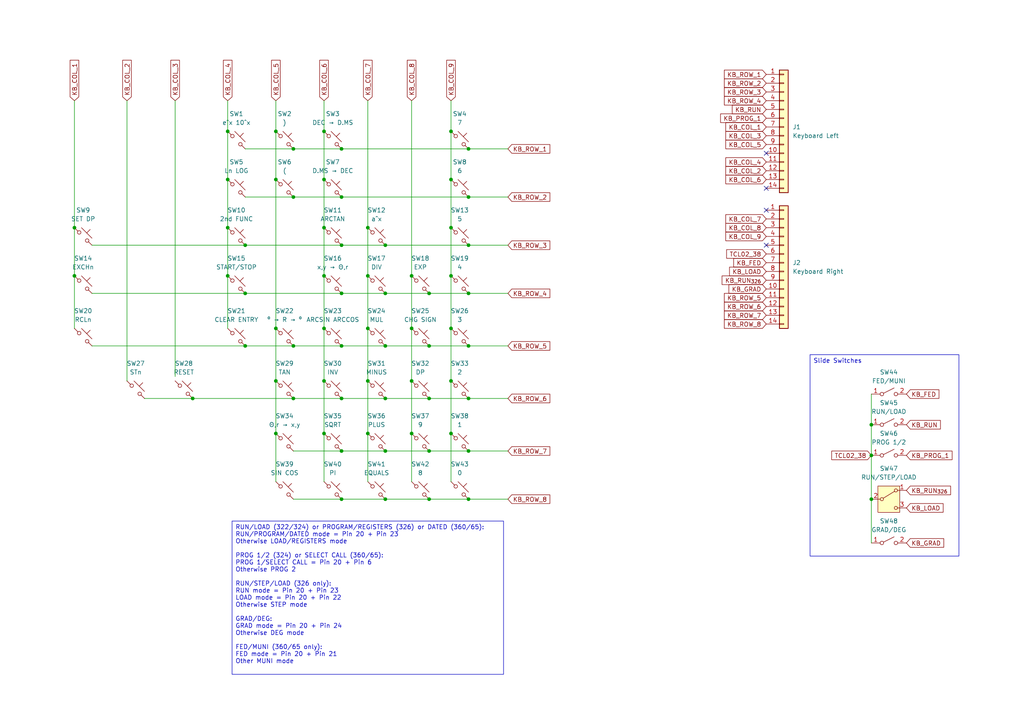
<source format=kicad_sch>
(kicad_sch (version 20250114) (generator "eeschema") (generator_version "9.0")
  (paper "A4")
  (title_block (title "Compucorp 300-Series Calculator Keyboard") (date "3/FEB/2026") (rev "WIP") (company "Brett Hallen"))
  (lib_symbols
    (symbol "Connector_Generic:Conn_01x14" (pin_names (offset 1.016) (hide yes))
      (property "Reference" "J" (at 0 17.78 0))
      (property "Value" "Conn_01x14" (at 0 -20.32 0))
      (symbol "Conn_01x14_1_1"
        (rectangle (start -1.27 16.51) (end 1.27 -19.05) (stroke (width 0.254)) (fill (type background)))
        (rectangle (start -1.27 15.367) (end 0 15.113) (stroke (width 0.1524)))
        (rectangle (start -1.27 12.827) (end 0 12.573) (stroke (width 0.1524)))
        (rectangle (start -1.27 10.287) (end 0 10.033) (stroke (width 0.1524)))
        (rectangle (start -1.27 7.747) (end 0 7.493) (stroke (width 0.1524)))
        (rectangle (start -1.27 5.207) (end 0 4.953) (stroke (width 0.1524)))
        (rectangle (start -1.27 2.667) (end 0 2.413) (stroke (width 0.1524)))
        (rectangle (start -1.27 0.127) (end 0 -0.127) (stroke (width 0.1524)))
        (rectangle (start -1.27 -2.413) (end 0 -2.667) (stroke (width 0.1524)))
        (rectangle (start -1.27 -4.953) (end 0 -5.207) (stroke (width 0.1524)))
        (rectangle (start -1.27 -7.493) (end 0 -7.747) (stroke (width 0.1524)))
        (rectangle (start -1.27 -10.033) (end 0 -10.287) (stroke (width 0.1524)))
        (rectangle (start -1.27 -12.573) (end 0 -12.827) (stroke (width 0.1524)))
        (rectangle (start -1.27 -15.113) (end 0 -15.367) (stroke (width 0.1524)))
        (rectangle (start -1.27 -17.653) (end 0 -17.907) (stroke (width 0.1524)))
        (pin passive line (at -5.08 15.24 0) (length 3.81) (name "Pin_1") (number "1"))
        (pin passive line (at -5.08 12.7 0) (length 3.81) (name "Pin_2") (number "2"))
        (pin passive line (at -5.08 10.16 0) (length 3.81) (name "Pin_3") (number "3"))
        (pin passive line (at -5.08 7.62 0) (length 3.81) (name "Pin_4") (number "4"))
        (pin passive line (at -5.08 5.08 0) (length 3.81) (name "Pin_5") (number "5"))
        (pin passive line (at -5.08 2.54 0) (length 3.81) (name "Pin_6") (number "6"))
        (pin passive line (at -5.08 0 0) (length 3.81) (name "Pin_7") (number "7"))
        (pin passive line (at -5.08 -2.54 0) (length 3.81) (name "Pin_8") (number "8"))
        (pin passive line (at -5.08 -5.08 0) (length 3.81) (name "Pin_9") (number "9"))
        (pin passive line (at -5.08 -7.62 0) (length 3.81) (name "Pin_10") (number "10"))
        (pin passive line (at -5.08 -10.16 0) (length 3.81) (name "Pin_11") (number "11"))
        (pin passive line (at -5.08 -12.7 0) (length 3.81) (name "Pin_12") (number "12"))
        (pin passive line (at -5.08 -15.24 0) (length 3.81) (name "Pin_13") (number "13"))
        (pin passive line (at -5.08 -17.78 0) (length 3.81) (name "Pin_14") (number "14"))
      )
    )
    (symbol "Switch:SW_Push_45deg" (pin_numbers (hide yes)) (pin_names (offset 1.016) (hide yes))
      (property "Reference" "SW" (at 3.048 1.016 0))
      (property "Value" "SW_Push_45deg" (at 0 -3.81 0))
      (symbol "SW_Push_45deg_0_1"
        (polyline (pts (xy -2.54 2.54) (xy -1.524 1.524) (xy -1.524 1.524)))
        (circle (center -1.1684 1.1684) (radius 0.508))
        (polyline (pts (xy -0.508 2.54) (xy 2.54 -0.508)))
        (polyline (pts (xy 1.016 1.016) (xy 2.032 2.032)))
        (circle (center 1.143 -1.1938) (radius 0.508))
        (polyline (pts (xy 1.524 -1.524) (xy 2.54 -2.54) (xy 2.54 -2.54) (xy 2.54 -2.54)))
        (pin passive line (at -2.54 2.54 0) (length 0) (name "1") (number "1"))
        (pin passive line (at 2.54 -2.54 180) (length 0) (name "2") (number "2"))
      )
    )
    (symbol "Switch:SW_SPDT" (pin_names (offset 0) (hide yes))
      (property "Reference" "SW" (at 0 5.08 0))
      (property "Value" "SW_SPDT" (at 0 -5.08 0))
      (symbol "SW_SPDT_0_1"
        (circle (center -2.032 0) (radius 0.4572))
        (polyline (pts (xy -1.651 0.254) (xy 1.651 2.286)))
        (circle (center 2.032 2.54) (radius 0.4572))
        (circle (center 2.032 -2.54) (radius 0.4572))
      )
      (symbol "SW_SPDT_1_1"
        (rectangle (start -3.175 3.81) (end 3.175 -3.81) (fill (type background)))
        (pin passive line (at -5.08 0 0) (length 2.54) (name "B") (number "2"))
        (pin passive line (at 5.08 2.54 180) (length 2.54) (name "A") (number "1"))
        (pin passive line (at 5.08 -2.54 180) (length 2.54) (name "C") (number "3"))
      )
    )
    (symbol "Switch:SW_SPST" (pin_names (offset 0) (hide yes))
      (property "Reference" "SW" (at 0 3.175 0))
      (property "Value" "SW_SPST" (at 0 -2.54 0))
      (symbol "SW_SPST_0_0"
        (circle (center -2.032 0) (radius 0.508))
        (polyline (pts (xy -1.524 0.254) (xy 1.524 1.778)))
        (circle (center 2.032 0) (radius 0.508))
      )
      (symbol "SW_SPST_1_1"
        (pin passive line (at -5.08 0 0) (length 2.54) (name "A") (number "1"))
        (pin passive line (at 5.08 0 180) (length 2.54) (name "B") (number "2"))
      )
    )
  )
  (text_box "Slide Switches" (at 234.95 102.87 0) (size 43.18 58.42) (margins 0.9525 0.9525 0.9525 0.9525) (effects (font (size 1.27 1.27)) (justify left top)))
  (text_box "RUN/LOAD (322/324) or PROGRAM/REGISTERS (326) or DATED (360/65): \nRUN/PROGRAM/DATED mode = Pin 20 + Pin 23\nOtherwise LOAD/REGISTERS mode\n\nPROG 1/2 (324) or SELECT CALL (360/65):\nPROG 1/SELECT CALL = Pin 20 + Pin 6\nOtherwise PROG 2\n\nRUN/STEP/LOAD (326 only):\nRUN mode = Pin 20 + Pin 23\nLOAD mode = Pin 20 + Pin 22\nOtherwise STEP mode\n\nGRAD/DEG:\nGRAD mode = Pin 20 + Pin 24\nOtherwise DEG mode\n\nFED/MUNI (360/65 only):\nFED mode = Pin 20 + Pin 21\nOther MUNI mode" (at 67.31 151.13 0) (size 78.74 44.45) (margins 0.9525 0.9525 0.9525 0.9525) (effects (font (size 1.27 1.27)) (justify left top)))
  (junction (at 106.68 95.25))
  (junction (at 85.09 57.15))
  (junction (at 135.89 100.33))
  (junction (at 106.68 125.73))
  (junction (at 93.98 66.04))
  (junction (at 135.89 43.18))
  (junction (at 66.04 66.04))
  (junction (at 85.09 100.33))
  (junction (at 80.01 52.07))
  (junction (at 55.88 115.57))
  (junction (at 135.89 115.57))
  (junction (at 135.89 130.81))
  (junction (at 135.89 85.09))
  (junction (at 80.01 125.73))
  (junction (at 93.98 80.01))
  (junction (at 99.06 130.81))
  (junction (at 106.68 80.01))
  (junction (at 99.06 43.18))
  (junction (at 85.09 115.57))
  (junction (at 252.73 144.78))
  (junction (at 80.01 95.25))
  (junction (at 93.98 95.25))
  (junction (at 119.38 80.01))
  (junction (at 93.98 52.07))
  (junction (at 106.68 110.49))
  (junction (at 111.76 100.33))
  (junction (at 99.06 144.78))
  (junction (at 66.04 52.07))
  (junction (at 130.81 110.49))
  (junction (at 252.73 123.19))
  (junction (at 119.38 125.73))
  (junction (at 93.98 38.1))
  (junction (at 21.59 66.04))
  (junction (at 135.89 144.78))
  (junction (at 106.68 66.04))
  (junction (at 80.01 38.1))
  (junction (at 93.98 125.73))
  (junction (at 66.04 80.01))
  (junction (at 71.12 71.12))
  (junction (at 130.81 125.73))
  (junction (at 124.46 144.78))
  (junction (at 21.59 80.01))
  (junction (at 111.76 71.12))
  (junction (at 130.81 80.01))
  (junction (at 111.76 85.09))
  (junction (at 99.06 71.12))
  (junction (at 99.06 100.33))
  (junction (at 130.81 38.1))
  (junction (at 130.81 95.25))
  (junction (at 124.46 130.81))
  (junction (at 99.06 57.15))
  (junction (at 124.46 100.33))
  (junction (at 119.38 95.25))
  (junction (at 111.76 130.81))
  (junction (at 71.12 85.09))
  (junction (at 99.06 115.57))
  (junction (at 71.12 100.33))
  (junction (at 85.09 43.18))
  (junction (at 135.89 71.12))
  (junction (at 130.81 66.04))
  (junction (at 99.06 85.09))
  (junction (at 111.76 144.78))
  (junction (at 66.04 38.1))
  (junction (at 130.81 52.07))
  (junction (at 111.76 115.57))
  (junction (at 93.98 110.49))
  (junction (at 124.46 85.09))
  (junction (at 80.01 110.49))
  (junction (at 252.73 132.08))
  (junction (at 119.38 110.49))
  (junction (at 135.89 57.15))
  (junction (at 124.46 115.57))
  (no_connect (at 222.25 71.12))
  (no_connect (at 222.25 54.61))
  (no_connect (at 222.25 60.96))
  (no_connect (at 222.25 44.45))
  (wire (pts (xy 93.98 125.73) (xy 93.98 139.7)))
  (wire (pts (xy 124.46 115.57) (xy 135.89 115.57)))
  (wire (pts (xy 119.38 29.21) (xy 119.38 80.01)))
  (wire (pts (xy 26.67 71.12) (xy 71.12 71.12)))
  (wire (pts (xy 93.98 29.21) (xy 93.98 38.1)))
  (wire (pts (xy 130.81 38.1) (xy 130.81 52.07)))
  (wire (pts (xy 99.06 130.81) (xy 111.76 130.81)))
  (wire (pts (xy 80.01 52.07) (xy 80.01 95.25)))
  (wire (pts (xy 130.81 80.01) (xy 130.81 95.25)))
  (wire (pts (xy 135.89 85.09) (xy 147.32 85.09)))
  (wire (pts (xy 80.01 29.21) (xy 80.01 38.1)))
  (wire (pts (xy 80.01 95.25) (xy 80.01 110.49)))
  (wire (pts (xy 124.46 130.81) (xy 135.89 130.81)))
  (wire (pts (xy 252.73 132.08) (xy 252.73 144.78)))
  (wire (pts (xy 106.68 95.25) (xy 106.68 110.49)))
  (wire (pts (xy 130.81 52.07) (xy 130.81 66.04)))
  (wire (pts (xy 106.68 80.01) (xy 106.68 95.25)))
  (wire (pts (xy 85.09 130.81) (xy 99.06 130.81)))
  (wire (pts (xy 80.01 125.73) (xy 80.01 139.7)))
  (wire (pts (xy 85.09 144.78) (xy 99.06 144.78)))
  (wire (pts (xy 99.06 85.09) (xy 111.76 85.09)))
  (wire (pts (xy 93.98 80.01) (xy 93.98 95.25)))
  (wire (pts (xy 85.09 57.15) (xy 99.06 57.15)))
  (wire (pts (xy 135.89 130.81) (xy 147.32 130.81)))
  (wire (pts (xy 111.76 130.81) (xy 124.46 130.81)))
  (wire (pts (xy 111.76 144.78) (xy 124.46 144.78)))
  (wire (pts (xy 252.73 144.78) (xy 252.73 157.48)))
  (wire (pts (xy 71.12 43.18) (xy 85.09 43.18)))
  (wire (pts (xy 99.06 144.78) (xy 111.76 144.78)))
  (wire (pts (xy 135.89 100.33) (xy 147.32 100.33)))
  (wire (pts (xy 135.89 115.57) (xy 147.32 115.57)))
  (wire (pts (xy 66.04 29.21) (xy 66.04 38.1)))
  (wire (pts (xy 111.76 100.33) (xy 124.46 100.33)))
  (wire (pts (xy 119.38 110.49) (xy 119.38 125.73)))
  (wire (pts (xy 21.59 66.04) (xy 21.59 80.01)))
  (wire (pts (xy 130.81 110.49) (xy 130.81 125.73)))
  (wire (pts (xy 135.89 43.18) (xy 147.32 43.18)))
  (wire (pts (xy 21.59 29.21) (xy 21.59 66.04)))
  (wire (pts (xy 124.46 144.78) (xy 135.89 144.78)))
  (wire (pts (xy 106.68 110.49) (xy 106.68 125.73)))
  (wire (pts (xy 130.81 66.04) (xy 130.81 80.01)))
  (wire (pts (xy 93.98 52.07) (xy 93.98 66.04)))
  (wire (pts (xy 111.76 115.57) (xy 124.46 115.57)))
  (wire (pts (xy 119.38 95.25) (xy 119.38 110.49)))
  (wire (pts (xy 93.98 38.1) (xy 93.98 52.07)))
  (wire (pts (xy 252.73 114.3) (xy 252.73 123.19)))
  (wire (pts (xy 130.81 125.73) (xy 130.81 139.7)))
  (wire (pts (xy 124.46 100.33) (xy 135.89 100.33)))
  (wire (pts (xy 55.88 115.57) (xy 85.09 115.57)))
  (wire (pts (xy 99.06 57.15) (xy 135.89 57.15)))
  (wire (pts (xy 80.01 110.49) (xy 80.01 125.73)))
  (wire (pts (xy 66.04 66.04) (xy 66.04 80.01)))
  (wire (pts (xy 26.67 85.09) (xy 71.12 85.09)))
  (wire (pts (xy 41.91 115.57) (xy 55.88 115.57)))
  (wire (pts (xy 111.76 71.12) (xy 135.89 71.12)))
  (wire (pts (xy 135.89 71.12) (xy 147.32 71.12)))
  (wire (pts (xy 26.67 100.33) (xy 71.12 100.33)))
  (wire (pts (xy 130.81 95.25) (xy 130.81 110.49)))
  (wire (pts (xy 71.12 100.33) (xy 85.09 100.33)))
  (wire (pts (xy 85.09 115.57) (xy 99.06 115.57)))
  (wire (pts (xy 106.68 29.21) (xy 106.68 66.04)))
  (wire (pts (xy 119.38 80.01) (xy 119.38 95.25)))
  (wire (pts (xy 93.98 110.49) (xy 93.98 125.73)))
  (wire (pts (xy 99.06 43.18) (xy 135.89 43.18)))
  (wire (pts (xy 106.68 125.73) (xy 106.68 139.7)))
  (wire (pts (xy 50.8 29.21) (xy 50.8 109.22)))
  (wire (pts (xy 71.12 85.09) (xy 99.06 85.09)))
  (wire (pts (xy 135.89 144.78) (xy 147.32 144.78)))
  (wire (pts (xy 71.12 71.12) (xy 99.06 71.12)))
  (wire (pts (xy 119.38 125.73) (xy 119.38 139.7)))
  (wire (pts (xy 93.98 95.25) (xy 93.98 110.49)))
  (wire (pts (xy 66.04 52.07) (xy 66.04 66.04)))
  (wire (pts (xy 135.89 57.15) (xy 147.32 57.15)))
  (wire (pts (xy 130.81 29.21) (xy 130.81 38.1)))
  (wire (pts (xy 111.76 85.09) (xy 124.46 85.09)))
  (wire (pts (xy 71.12 57.15) (xy 85.09 57.15)))
  (wire (pts (xy 106.68 66.04) (xy 106.68 80.01)))
  (wire (pts (xy 124.46 85.09) (xy 135.89 85.09)))
  (wire (pts (xy 80.01 38.1) (xy 80.01 52.07)))
  (wire (pts (xy 99.06 115.57) (xy 111.76 115.57)))
  (wire (pts (xy 66.04 38.1) (xy 66.04 52.07)))
  (wire (pts (xy 252.73 123.19) (xy 252.73 132.08)))
  (wire (pts (xy 66.04 80.01) (xy 66.04 95.25)))
  (wire (pts (xy 85.09 100.33) (xy 99.06 100.33)))
  (wire (pts (xy 36.83 29.21) (xy 36.83 110.49)))
  (wire (pts (xy 93.98 66.04) (xy 93.98 80.01)))
  (wire (pts (xy 85.09 43.18) (xy 99.06 43.18)))
  (wire (pts (xy 99.06 71.12) (xy 111.76 71.12)))
  (wire (pts (xy 21.59 80.01) (xy 21.59 95.25)))
  (wire (pts (xy 99.06 100.33) (xy 111.76 100.33)))
  (global_label "KB_ROW_6" (shape input) (at 222.25 88.9 180) (property "Intersheetrefs" "${INTERSHEET_REFS}" (effects (hide yes))))
  (global_label "KB_COL_5" (shape input) (at 80.01 29.21 90) (property "Intersheetrefs" "${INTERSHEET_REFS}" (effects (hide yes))))
  (global_label "KB_ROW_8" (shape input) (at 147.32 144.78 0) (property "Intersheetrefs" "${INTERSHEET_REFS}" (effects (hide yes))))
  (global_label "KB_COL_2" (shape input) (at 36.83 29.21 90) (property "Intersheetrefs" "${INTERSHEET_REFS}" (effects (hide yes))))
  (global_label "KB_RUN_{326}" (shape input) (at 222.25 81.28 180) (property "Intersheetrefs" "${INTERSHEET_REFS}" (effects (hide yes))))
  (global_label "KB_GRAD" (shape input) (at 222.25 83.82 180) (property "Intersheetrefs" "${INTERSHEET_REFS}" (effects (hide yes))))
  (global_label "KB_ROW_7" (shape input) (at 147.32 130.81 0) (property "Intersheetrefs" "${INTERSHEET_REFS}" (effects (hide yes))))
  (global_label "KB_ROW_8" (shape input) (at 222.25 93.98 180) (property "Intersheetrefs" "${INTERSHEET_REFS}" (effects (hide yes))))
  (global_label "KB_COL_9" (shape input) (at 222.25 68.58 180) (property "Intersheetrefs" "${INTERSHEET_REFS}" (effects (hide yes))))
  (global_label "KB_COL_7" (shape input) (at 222.25 63.5 180) (property "Intersheetrefs" "${INTERSHEET_REFS}" (effects (hide yes))))
  (global_label "KB_ROW_4" (shape input) (at 147.32 85.09 0) (property "Intersheetrefs" "${INTERSHEET_REFS}" (effects (hide yes))))
  (global_label "KB_ROW_4" (shape input) (at 222.25 29.21 180) (property "Intersheetrefs" "${INTERSHEET_REFS}" (effects (hide yes))))
  (global_label "TCL02_38" (shape input) (at 222.25 73.66 180) (property "Intersheetrefs" "${INTERSHEET_REFS}" (effects (hide yes))))
  (global_label "KB_COL_3" (shape input) (at 50.8 29.21 90) (property "Intersheetrefs" "${INTERSHEET_REFS}" (effects (hide yes))))
  (global_label "KB_LOAD" (shape input) (at 222.25 78.74 180) (property "Intersheetrefs" "${INTERSHEET_REFS}" (effects (hide yes))))
  (global_label "KB_GRAD" (shape input) (at 262.89 157.48 0) (property "Intersheetrefs" "${INTERSHEET_REFS}" (effects (hide yes))))
  (global_label "KB_RUN_{326}" (shape input) (at 262.89 142.24 0) (property "Intersheetrefs" "${INTERSHEET_REFS}" (effects (hide yes))))
  (global_label "KB_COL_8" (shape input) (at 119.38 29.21 90) (property "Intersheetrefs" "${INTERSHEET_REFS}" (effects (hide yes))))
  (global_label "KB_FED" (shape input) (at 262.89 114.3 0) (property "Intersheetrefs" "${INTERSHEET_REFS}" (effects (hide yes))))
  (global_label "KB_COL_4" (shape input) (at 66.04 29.21 90) (property "Intersheetrefs" "${INTERSHEET_REFS}" (effects (hide yes))))
  (global_label "KB_ROW_3" (shape input) (at 222.25 26.67 180) (property "Intersheetrefs" "${INTERSHEET_REFS}" (effects (hide yes))))
  (global_label "KB_ROW_2" (shape input) (at 222.25 24.13 180) (property "Intersheetrefs" "${INTERSHEET_REFS}" (effects (hide yes))))
  (global_label "KB_ROW_1" (shape input) (at 222.25 21.59 180) (property "Intersheetrefs" "${INTERSHEET_REFS}" (effects (hide yes))))
  (global_label "KB_ROW_7" (shape input) (at 222.25 91.44 180) (property "Intersheetrefs" "${INTERSHEET_REFS}" (effects (hide yes))))
  (global_label "KB_COL_1" (shape input) (at 21.59 29.21 90) (property "Intersheetrefs" "${INTERSHEET_REFS}" (effects (hide yes))))
  (global_label "KB_COL_2" (shape input) (at 222.25 49.53 180) (property "Intersheetrefs" "${INTERSHEET_REFS}" (effects (hide yes))))
  (global_label "KB_ROW_2" (shape input) (at 147.32 57.15 0) (property "Intersheetrefs" "${INTERSHEET_REFS}" (effects (hide yes))))
  (global_label "KB_COL_4" (shape input) (at 222.25 46.99 180) (property "Intersheetrefs" "${INTERSHEET_REFS}" (effects (hide yes))))
  (global_label "KB_PROG_1" (shape input) (at 222.25 34.29 180) (property "Intersheetrefs" "${INTERSHEET_REFS}" (effects (hide yes))))
  (global_label "KB_PROG_1" (shape input) (at 262.89 132.08 0) (property "Intersheetrefs" "${INTERSHEET_REFS}" (effects (hide yes))))
  (global_label "TCL02_38" (shape input) (at 252.73 132.08 180) (property "Intersheetrefs" "${INTERSHEET_REFS}" (effects (hide yes))))
  (global_label "KB_ROW_6" (shape input) (at 147.32 115.57 0) (property "Intersheetrefs" "${INTERSHEET_REFS}" (effects (hide yes))))
  (global_label "KB_COL_5" (shape input) (at 222.25 41.91 180) (property "Intersheetrefs" "${INTERSHEET_REFS}" (effects (hide yes))))
  (global_label "KB_COL_1" (shape input) (at 222.25 36.83 180) (property "Intersheetrefs" "${INTERSHEET_REFS}" (effects (hide yes))))
  (global_label "KB_ROW_3" (shape input) (at 147.32 71.12 0) (property "Intersheetrefs" "${INTERSHEET_REFS}" (effects (hide yes))))
  (global_label "KB_RUN" (shape input) (at 262.89 123.19 0) (property "Intersheetrefs" "${INTERSHEET_REFS}" (effects (hide yes))))
  (global_label "KB_COL_3" (shape input) (at 222.25 39.37 180) (property "Intersheetrefs" "${INTERSHEET_REFS}" (effects (hide yes))))
  (global_label "KB_COL_9" (shape input) (at 130.81 29.21 90) (property "Intersheetrefs" "${INTERSHEET_REFS}" (effects (hide yes))))
  (global_label "KB_LOAD" (shape input) (at 262.89 147.32 0) (property "Intersheetrefs" "${INTERSHEET_REFS}" (effects (hide yes))))
  (global_label "KB_ROW_1" (shape input) (at 147.32 43.18 0) (property "Intersheetrefs" "${INTERSHEET_REFS}" (effects (hide yes))))
  (global_label "KB_RUN" (shape input) (at 222.25 31.75 180) (property "Intersheetrefs" "${INTERSHEET_REFS}" (effects (hide yes))))
  (global_label "KB_COL_6" (shape input) (at 222.25 52.07 180) (property "Intersheetrefs" "${INTERSHEET_REFS}" (effects (hide yes))))
  (global_label "KB_COL_7" (shape input) (at 106.68 29.21 90) (property "Intersheetrefs" "${INTERSHEET_REFS}" (effects (hide yes))))
  (global_label "KB_COL_8" (shape input) (at 222.25 66.04 180) (property "Intersheetrefs" "${INTERSHEET_REFS}" (effects (hide yes))))
  (global_label "KB_FED" (shape input) (at 222.25 76.2 180) (property "Intersheetrefs" "${INTERSHEET_REFS}" (effects (hide yes))))
  (global_label "KB_ROW_5" (shape input) (at 222.25 86.36 180) (property "Intersheetrefs" "${INTERSHEET_REFS}" (effects (hide yes))))
  (global_label "KB_COL_6" (shape input) (at 93.98 29.21 90) (property "Intersheetrefs" "${INTERSHEET_REFS}" (effects (hide yes))))
  (global_label "KB_ROW_5" (shape input) (at 147.32 100.33 0) (property "Intersheetrefs" "${INTERSHEET_REFS}" (effects (hide yes))))
  (symbol (lib_id "Switch:SW_Push_45deg") (at 133.35 128.27 0) (unit 1)
    (property "Reference" "SW38" (at 133.35 120.65 0))
    (property "Value" "1" (at 133.35 123.19 0))
    (property "Footprint" "PCM_Switch_Keyboard_Cherry_MX:SW_Cherry_MX_PCB_1.00u" (effects (hide yes)))
    (property "Description" "Push button switch, normally open, two pins, 45° tilted" (effects (hide yes)))
  )
  (symbol (lib_id "Switch:SW_SPST") (at 257.81 123.19 0) (unit 1)
    (property "Reference" "SW45" (at 257.81 116.84 0))
    (property "Value" "RUN/LOAD" (at 257.81 119.38 0))
    (property "Footprint" "Clueless_Engineer:L101021MS02Q" (effects (hide yes)))
    (property "Description" "Single Pole Single Throw (SPST) switch" (effects (hide yes)))
  )
  (symbol (lib_id "Switch:SW_Push_45deg") (at 96.52 68.58 0) (unit 1)
    (property "Reference" "SW11" (at 96.52 60.96 0))
    (property "Value" "ARCTAN" (at 96.52 63.5 0))
    (property "Footprint" "PCM_Switch_Keyboard_Cherry_MX:SW_Cherry_MX_PCB_1.00u" (effects (hide yes)))
    (property "Description" "Push button switch, normally open, two pins, 45° tilted" (effects (hide yes)))
  )
  (symbol (lib_id "Switch:SW_Push_45deg") (at 96.52 128.27 0) (unit 1)
    (property "Reference" "SW35" (at 96.52 120.65 0))
    (property "Value" "SQRT" (at 96.52 123.19 0))
    (property "Footprint" "PCM_Switch_Keyboard_Cherry_MX:SW_Cherry_MX_PCB_1.00u" (effects (hide yes)))
    (property "Description" "Push button switch, normally open, two pins, 45° tilted" (effects (hide yes)))
  )
  (symbol (lib_id "Switch:SW_Push_45deg") (at 133.35 97.79 0) (unit 1)
    (property "Reference" "SW26" (at 133.35 90.17 0))
    (property "Value" "3" (at 133.35 92.71 0))
    (property "Footprint" "PCM_Switch_Keyboard_Cherry_MX:SW_Cherry_MX_PCB_1.00u" (effects (hide yes)))
    (property "Description" "Push button switch, normally open, two pins, 45° tilted" (effects (hide yes)))
  )
  (symbol (lib_id "Switch:SW_Push_45deg") (at 24.13 82.55 0) (unit 1)
    (property "Reference" "SW14" (at 24.13 74.93 0))
    (property "Value" "EXCHn" (at 24.13 77.47 0))
    (property "Footprint" "PCM_Switch_Keyboard_Cherry_MX:SW_Cherry_MX_PCB_1.00u" (effects (hide yes)))
    (property "Description" "Push button switch, normally open, two pins, 45° tilted" (effects (hide yes)))
  )
  (symbol (lib_id "Switch:SW_Push_45deg") (at 96.52 54.61 0) (unit 1)
    (property "Reference" "SW7" (at 96.52 46.99 0))
    (property "Value" "D.MS → DEC" (at 96.52 49.53 0))
    (property "Footprint" "PCM_Switch_Keyboard_Cherry_MX:SW_Cherry_MX_PCB_1.00u" (effects (hide yes)))
    (property "Description" "Push button switch, normally open, two pins, 45° tilted" (effects (hide yes)))
  )
  (symbol (lib_id "Switch:SW_Push_45deg") (at 24.13 68.58 0) (unit 1)
    (property "Reference" "SW9" (at 24.13 60.96 0))
    (property "Value" "SET DP" (at 24.13 63.5 0))
    (property "Footprint" "PCM_Switch_Keyboard_Cherry_MX:SW_Cherry_MX_PCB_1.00u" (effects (hide yes)))
    (property "Description" "Push button switch, normally open, two pins, 45° tilted" (effects (hide yes)))
  )
  (symbol (lib_id "Switch:SW_Push_45deg") (at 53.34 113.03 0) (unit 1)
    (property "Reference" "SW28" (at 53.34 105.41 0))
    (property "Value" "RESET" (at 53.34 107.95 0))
    (property "Footprint" "PCM_Switch_Keyboard_Cherry_MX:SW_Cherry_MX_PCB_1.00u" (effects (hide yes)))
    (property "Description" "Push button switch, normally open, two pins, 45° tilted" (effects (hide yes)))
  )
  (symbol (lib_id "Switch:SW_Push_45deg") (at 68.58 68.58 0) (unit 1)
    (property "Reference" "SW10" (at 68.58 60.96 0))
    (property "Value" "2nd FUNC" (at 68.58 63.5 0))
    (property "Footprint" "PCM_Switch_Keyboard_Cherry_MX:SW_Cherry_MX_PCB_1.00u" (effects (hide yes)))
    (property "Description" "Push button switch, normally open, two pins, 45° tilted" (effects (hide yes)))
  )
  (symbol (lib_id "Switch:SW_Push_45deg") (at 96.52 113.03 0) (unit 1)
    (property "Reference" "SW30" (at 96.52 105.41 0))
    (property "Value" "INV" (at 96.52 107.95 0))
    (property "Footprint" "PCM_Switch_Keyboard_Cherry_MX:SW_Cherry_MX_PCB_1.00u" (effects (hide yes)))
    (property "Description" "Push button switch, normally open, two pins, 45° tilted" (effects (hide yes)))
  )
  (symbol (lib_id "Switch:SW_Push_45deg") (at 109.22 68.58 0) (unit 1)
    (property "Reference" "SW12" (at 109.22 60.96 0))
    (property "Value" "a^x" (at 109.22 63.5 0))
    (property "Footprint" "PCM_Switch_Keyboard_Cherry_MX:SW_Cherry_MX_PCB_1.00u" (effects (hide yes)))
    (property "Description" "Push button switch, normally open, two pins, 45° tilted" (effects (hide yes)))
  )
  (symbol (lib_id "Switch:SW_Push_45deg") (at 133.35 68.58 0) (unit 1)
    (property "Reference" "SW13" (at 133.35 60.96 0))
    (property "Value" "5" (at 133.35 63.5 0))
    (property "Footprint" "PCM_Switch_Keyboard_Cherry_MX:SW_Cherry_MX_PCB_1.00u" (effects (hide yes)))
    (property "Description" "Push button switch, normally open, two pins, 45° tilted" (effects (hide yes)))
  )
  (symbol (lib_id "Switch:SW_Push_45deg") (at 121.92 142.24 0) (unit 1)
    (property "Reference" "SW42" (at 121.92 134.62 0))
    (property "Value" "8" (at 121.92 137.16 0))
    (property "Footprint" "PCM_Switch_Keyboard_Cherry_MX:SW_Cherry_MX_PCB_1.00u" (effects (hide yes)))
    (property "Description" "Push button switch, normally open, two pins, 45° tilted" (effects (hide yes)))
  )
  (symbol (lib_id "Connector_Generic:Conn_01x14") (at 227.33 76.2 0) (unit 1)
    (property "Reference" "J2" (at 229.87 76.1999 0) (effects (justify left)))
    (property "Value" "Keyboard Right" (at 229.87 78.7399 0) (effects (justify left)))
    (property "Footprint" "Connector_PinHeader_2.54mm:PinHeader_1x14_P2.54mm_Vertical" (effects (hide yes)))
    (property "Description" "Generic connector, single row, 01x14, script generated (kicad-library-utils/schlib/autogen/connector/)" (effects (hide yes)))
  )
  (symbol (lib_id "Switch:SW_SPST") (at 257.81 132.08 0) (unit 1)
    (property "Reference" "SW46" (at 257.81 125.73 0))
    (property "Value" "PROG 1/2" (at 257.81 128.27 0))
    (property "Footprint" "Clueless_Engineer:L101021MS02Q" (effects (hide yes)))
    (property "Description" "Single Pole Single Throw (SPST) switch" (effects (hide yes)))
  )
  (symbol (lib_id "Switch:SW_Push_45deg") (at 24.13 97.79 0) (unit 1)
    (property "Reference" "SW20" (at 24.13 90.17 0))
    (property "Value" "RCLn" (at 24.13 92.71 0))
    (property "Footprint" "PCM_Switch_Keyboard_Cherry_MX:SW_Cherry_MX_PCB_1.00u" (effects (hide yes)))
    (property "Description" "Push button switch, normally open, two pins, 45° tilted" (effects (hide yes)))
  )
  (symbol (lib_id "Switch:SW_Push_45deg") (at 82.55 54.61 0) (unit 1)
    (property "Reference" "SW6" (at 82.55 46.99 0))
    (property "Value" "(" (at 82.55 49.53 0))
    (property "Footprint" "PCM_Switch_Keyboard_Cherry_MX:SW_Cherry_MX_PCB_1.00u" (effects (hide yes)))
    (property "Description" "Push button switch, normally open, two pins, 45° tilted" (effects (hide yes)))
  )
  (symbol (lib_id "Switch:SW_Push_45deg") (at 96.52 82.55 0) (unit 1)
    (property "Reference" "SW16" (at 96.52 74.93 0))
    (property "Value" "x,y → Θ,r" (at 96.52 77.47 0))
    (property "Footprint" "PCM_Switch_Keyboard_Cherry_MX:SW_Cherry_MX_PCB_1.00u" (effects (hide yes)))
    (property "Description" "Push button switch, normally open, two pins, 45° tilted" (effects (hide yes)))
  )
  (symbol (lib_id "Switch:SW_Push_45deg") (at 109.22 82.55 0) (unit 1)
    (property "Reference" "SW17" (at 109.22 74.93 0))
    (property "Value" "DIV" (at 109.22 77.47 0))
    (property "Footprint" "PCM_Switch_Keyboard_Cherry_MX:SW_Cherry_MX_PCB_1.00u" (effects (hide yes)))
    (property "Description" "Push button switch, normally open, two pins, 45° tilted" (effects (hide yes)))
  )
  (symbol (lib_id "Switch:SW_Push_45deg") (at 82.55 128.27 0) (unit 1)
    (property "Reference" "SW34" (at 82.55 120.65 0))
    (property "Value" "Θ,r → x,y" (at 82.55 123.19 0))
    (property "Footprint" "PCM_Switch_Keyboard_Cherry_MX:SW_Cherry_MX_PCB_1.00u" (effects (hide yes)))
    (property "Description" "Push button switch, normally open, two pins, 45° tilted" (effects (hide yes)))
  )
  (symbol (lib_id "Switch:SW_SPDT") (at 257.81 144.78 0) (unit 1)
    (property "Reference" "SW47" (at 257.81 135.89 0))
    (property "Value" "RUN/STEP/LOAD" (at 257.81 138.43 0))
    (property "Footprint" "Clueless_Engineer:L101021MS02Q" (effects (hide yes)))
    (property "Description" "Switch, single pole double throw" (effects (hide yes)))
  )
  (symbol (lib_id "Connector_Generic:Conn_01x14") (at 227.33 36.83 0) (unit 1)
    (property "Reference" "J1" (at 229.87 36.8299 0) (effects (justify left)))
    (property "Value" "Keyboard Left" (at 229.87 39.3699 0) (effects (justify left)))
    (property "Footprint" "Connector_PinHeader_2.54mm:PinHeader_1x14_P2.54mm_Vertical" (effects (hide yes)))
    (property "Description" "Generic connector, single row, 01x14, script generated (kicad-library-utils/schlib/autogen/connector/)" (effects (hide yes)))
  )
  (symbol (lib_id "Switch:SW_Push_45deg") (at 133.35 40.64 0) (unit 1)
    (property "Reference" "SW4" (at 133.35 33.02 0))
    (property "Value" "7" (at 133.35 35.56 0))
    (property "Footprint" "PCM_Switch_Keyboard_Cherry_MX:SW_Cherry_MX_PCB_1.00u" (effects (hide yes)))
    (property "Description" "Push button switch, normally open, two pins, 45° tilted" (effects (hide yes)))
  )
  (symbol (lib_id "Switch:SW_Push_45deg") (at 133.35 142.24 0) (unit 1)
    (property "Reference" "SW43" (at 133.35 134.62 0))
    (property "Value" "0" (at 133.35 137.16 0))
    (property "Footprint" "PCM_Switch_Keyboard_Cherry_MX:SW_Cherry_MX_PCB_1.00u" (effects (hide yes)))
    (property "Description" "Push button switch, normally open, two pins, 45° tilted" (effects (hide yes)))
  )
  (symbol (lib_id "Switch:SW_SPST") (at 257.81 157.48 0) (unit 1)
    (property "Reference" "SW48" (at 257.81 151.13 0))
    (property "Value" "GRAD/DEG" (at 257.81 153.67 0))
    (property "Footprint" "Clueless_Engineer:L101021MS02Q" (effects (hide yes)))
    (property "Description" "Single Pole Single Throw (SPST) switch" (effects (hide yes)))
  )
  (symbol (lib_id "Switch:SW_SPST") (at 257.81 114.3 0) (unit 1)
    (property "Reference" "SW44" (at 257.81 107.95 0))
    (property "Value" "FED/MUNI" (at 257.81 110.49 0))
    (property "Footprint" "Clueless_Engineer:L101021MS02Q" (effects (hide yes)))
    (property "Description" "Single Pole Single Throw (SPST) switch" (effects (hide yes)))
  )
  (symbol (lib_id "Switch:SW_Push_45deg") (at 109.22 128.27 0) (unit 1)
    (property "Reference" "SW36" (at 109.22 120.65 0))
    (property "Value" "PLUS" (at 109.22 123.19 0))
    (property "Footprint" "PCM_Switch_Keyboard_Cherry_MX:SW_Cherry_MX_PCB_1.00u" (effects (hide yes)))
    (property "Description" "Push button switch, normally open, two pins, 45° tilted" (effects (hide yes)))
  )
  (symbol (lib_id "Switch:SW_Push_45deg") (at 68.58 54.61 0) (unit 1)
    (property "Reference" "SW5" (at 68.58 46.99 0))
    (property "Value" "Ln LOG" (at 68.58 49.53 0))
    (property "Footprint" "PCM_Switch_Keyboard_Cherry_MX:SW_Cherry_MX_PCB_1.00u" (effects (hide yes)))
    (property "Description" "Push button switch, normally open, two pins, 45° tilted" (effects (hide yes)))
  )
  (symbol (lib_id "Switch:SW_Push_45deg") (at 96.52 40.64 0) (unit 1)
    (property "Reference" "SW3" (at 96.52 33.02 0))
    (property "Value" "DEC → D.MS" (at 96.52 35.56 0))
    (property "Footprint" "PCM_Switch_Keyboard_Cherry_MX:SW_Cherry_MX_PCB_1.00u" (effects (hide yes)))
    (property "Description" "Push button switch, normally open, two pins, 45° tilted" (effects (hide yes)))
  )
  (symbol (lib_id "Switch:SW_Push_45deg") (at 68.58 40.64 0) (unit 1)
    (property "Reference" "SW1" (at 68.58 33.02 0))
    (property "Value" "e^x 10^x" (at 68.58 35.56 0))
    (property "Footprint" "PCM_Switch_Keyboard_Cherry_MX:SW_Cherry_MX_PCB_1.00u" (effects (hide yes)))
    (property "Description" "Push button switch, normally open, two pins, 45° tilted" (effects (hide yes)))
  )
  (symbol (lib_id "Switch:SW_Push_45deg") (at 68.58 97.79 0) (unit 1)
    (property "Reference" "SW21" (at 68.58 90.17 0))
    (property "Value" "CLEAR ENTRY" (at 68.58 92.71 0))
    (property "Footprint" "PCM_Switch_Keyboard_Cherry_MX:SW_Cherry_MX_PCB_1.00u" (effects (hide yes)))
    (property "Description" "Push button switch, normally open, two pins, 45° tilted" (effects (hide yes)))
  )
  (symbol (lib_id "Switch:SW_Push_45deg") (at 121.92 113.03 0) (unit 1)
    (property "Reference" "SW32" (at 121.92 105.41 0))
    (property "Value" "DP" (at 121.92 107.95 0))
    (property "Footprint" "PCM_Switch_Keyboard_Cherry_MX:SW_Cherry_MX_PCB_1.00u" (effects (hide yes)))
    (property "Description" "Push button switch, normally open, two pins, 45° tilted" (effects (hide yes)))
  )
  (symbol (lib_id "Switch:SW_Push_45deg") (at 121.92 82.55 0) (unit 1)
    (property "Reference" "SW18" (at 121.92 74.93 0))
    (property "Value" "EXP" (at 121.92 77.47 0))
    (property "Footprint" "PCM_Switch_Keyboard_Cherry_MX:SW_Cherry_MX_PCB_1.00u" (effects (hide yes)))
    (property "Description" "Push button switch, normally open, two pins, 45° tilted" (effects (hide yes)))
  )
  (symbol (lib_id "Switch:SW_Push_45deg") (at 68.58 82.55 0) (unit 1)
    (property "Reference" "SW15" (at 68.58 74.93 0))
    (property "Value" "START/STOP" (at 68.58 77.47 0))
    (property "Footprint" "PCM_Switch_Keyboard_Cherry_MX:SW_Cherry_MX_PCB_1.00u" (effects (hide yes)))
    (property "Description" "Push button switch, normally open, two pins, 45° tilted" (effects (hide yes)))
  )
  (symbol (lib_id "Switch:SW_Push_45deg") (at 121.92 97.79 0) (unit 1)
    (property "Reference" "SW25" (at 121.92 90.17 0))
    (property "Value" "CHG SIGN" (at 121.92 92.71 0))
    (property "Footprint" "PCM_Switch_Keyboard_Cherry_MX:SW_Cherry_MX_PCB_1.00u" (effects (hide yes)))
    (property "Description" "Push button switch, normally open, two pins, 45° tilted" (effects (hide yes)))
  )
  (symbol (lib_id "Switch:SW_Push_45deg") (at 109.22 113.03 0) (unit 1)
    (property "Reference" "SW31" (at 109.22 105.41 0))
    (property "Value" "MINUS" (at 109.22 107.95 0))
    (property "Footprint" "PCM_Switch_Keyboard_Cherry_MX:SW_Cherry_MX_PCB_1.00u" (effects (hide yes)))
    (property "Description" "Push button switch, normally open, two pins, 45° tilted" (effects (hide yes)))
  )
  (symbol (lib_id "Switch:SW_Push_45deg") (at 121.92 128.27 0) (unit 1)
    (property "Reference" "SW37" (at 121.92 120.65 0))
    (property "Value" "9" (at 121.92 123.19 0))
    (property "Footprint" "PCM_Switch_Keyboard_Cherry_MX:SW_Cherry_MX_PCB_1.00u" (effects (hide yes)))
    (property "Description" "Push button switch, normally open, two pins, 45° tilted" (effects (hide yes)))
  )
  (symbol (lib_id "Switch:SW_Push_45deg") (at 82.55 142.24 0) (unit 1)
    (property "Reference" "SW39" (at 82.55 134.62 0))
    (property "Value" "SIN COS" (at 82.55 137.16 0))
    (property "Footprint" "PCM_Switch_Keyboard_Cherry_MX:SW_Cherry_MX_PCB_1.00u" (effects (hide yes)))
    (property "Description" "Push button switch, normally open, two pins, 45° tilted" (effects (hide yes)))
  )
  (symbol (lib_id "Switch:SW_Push_45deg") (at 133.35 82.55 0) (unit 1)
    (property "Reference" "SW19" (at 133.35 74.93 0))
    (property "Value" "4" (at 133.35 77.47 0))
    (property "Footprint" "PCM_Switch_Keyboard_Cherry_MX:SW_Cherry_MX_PCB_1.00u" (effects (hide yes)))
    (property "Description" "Push button switch, normally open, two pins, 45° tilted" (effects (hide yes)))
  )
  (symbol (lib_id "Switch:SW_Push_45deg") (at 109.22 97.79 0) (unit 1)
    (property "Reference" "SW24" (at 109.22 90.17 0))
    (property "Value" "MUL" (at 109.22 92.71 0))
    (property "Footprint" "PCM_Switch_Keyboard_Cherry_MX:SW_Cherry_MX_PCB_1.00u" (effects (hide yes)))
    (property "Description" "Push button switch, normally open, two pins, 45° tilted" (effects (hide yes)))
  )
  (symbol (lib_id "Switch:SW_Push_45deg") (at 133.35 113.03 0) (unit 1)
    (property "Reference" "SW33" (at 133.35 105.41 0))
    (property "Value" "2" (at 133.35 107.95 0))
    (property "Footprint" "PCM_Switch_Keyboard_Cherry_MX:SW_Cherry_MX_PCB_1.00u" (effects (hide yes)))
    (property "Description" "Push button switch, normally open, two pins, 45° tilted" (effects (hide yes)))
  )
  (symbol (lib_id "Switch:SW_Push_45deg") (at 133.35 54.61 0) (unit 1)
    (property "Reference" "SW8" (at 133.35 46.99 0))
    (property "Value" "6" (at 133.35 49.53 0))
    (property "Footprint" "PCM_Switch_Keyboard_Cherry_MX:SW_Cherry_MX_PCB_1.00u" (effects (hide yes)))
    (property "Description" "Push button switch, normally open, two pins, 45° tilted" (effects (hide yes)))
  )
  (symbol (lib_id "Switch:SW_Push_45deg") (at 82.55 97.79 0) (unit 1)
    (property "Reference" "SW22" (at 82.55 90.17 0))
    (property "Value" "º → R → º" (at 82.55 92.71 0))
    (property "Footprint" "PCM_Switch_Keyboard_Cherry_MX:SW_Cherry_MX_PCB_1.00u" (effects (hide yes)))
    (property "Description" "Push button switch, normally open, two pins, 45° tilted" (effects (hide yes)))
  )
  (symbol (lib_id "Switch:SW_Push_45deg") (at 96.52 97.79 0) (unit 1)
    (property "Reference" "SW23" (at 96.52 90.17 0))
    (property "Value" "ARCSIN ARCCOS" (at 96.52 92.71 0))
    (property "Footprint" "PCM_Switch_Keyboard_Cherry_MX:SW_Cherry_MX_PCB_1.00u" (effects (hide yes)))
    (property "Description" "Push button switch, normally open, two pins, 45° tilted" (effects (hide yes)))
  )
  (symbol (lib_id "Switch:SW_Push_45deg") (at 96.52 142.24 0) (unit 1)
    (property "Reference" "SW40" (at 96.52 134.62 0))
    (property "Value" "PI" (at 96.52 137.16 0))
    (property "Footprint" "PCM_Switch_Keyboard_Cherry_MX:SW_Cherry_MX_PCB_1.00u" (effects (hide yes)))
    (property "Description" "Push button switch, normally open, two pins, 45° tilted" (effects (hide yes)))
  )
  (symbol (lib_id "Switch:SW_Push_45deg") (at 82.55 40.64 0) (unit 1)
    (property "Reference" "SW2" (at 82.55 33.02 0))
    (property "Value" ")" (at 82.55 35.56 0))
    (property "Footprint" "PCM_Switch_Keyboard_Cherry_MX:SW_Cherry_MX_PCB_1.00u" (effects (hide yes)))
    (property "Description" "Push button switch, normally open, two pins, 45° tilted" (effects (hide yes)))
  )
  (symbol (lib_id "Switch:SW_Push_45deg") (at 109.22 142.24 0) (unit 1)
    (property "Reference" "SW41" (at 109.22 134.62 0))
    (property "Value" "EQUALS" (at 109.22 137.16 0))
    (property "Footprint" "PCM_Switch_Keyboard_Cherry_MX:SW_Cherry_MX_PCB_1.00u" (effects (hide yes)))
    (property "Description" "Push button switch, normally open, two pins, 45° tilted" (effects (hide yes)))
  )
  (symbol (lib_id "Switch:SW_Push_45deg") (at 39.37 113.03 0) (unit 1)
    (property "Reference" "SW27" (at 39.37 105.41 0))
    (property "Value" "STn" (at 39.37 107.95 0))
    (property "Footprint" "PCM_Switch_Keyboard_Cherry_MX:SW_Cherry_MX_PCB_1.00u" (effects (hide yes)))
    (property "Description" "Push button switch, normally open, two pins, 45° tilted" (effects (hide yes)))
  )
  (symbol (lib_id "Switch:SW_Push_45deg") (at 82.55 113.03 0) (unit 1)
    (property "Reference" "SW29" (at 82.55 105.41 0))
    (property "Value" "TAN" (at 82.55 107.95 0))
    (property "Footprint" "PCM_Switch_Keyboard_Cherry_MX:SW_Cherry_MX_PCB_1.00u" (effects (hide yes)))
    (property "Description" "Push button switch, normally open, two pins, 45° tilted" (effects (hide yes)))
  )
)
</source>
